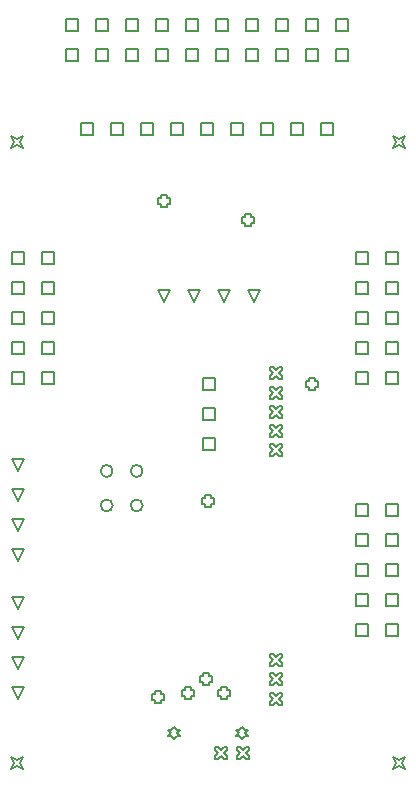
<source format=gbr>
G04*
G04 #@! TF.GenerationSoftware,Altium Limited,Altium Designer,24.2.2 (26)*
G04*
G04 Layer_Color=2752767*
%FSLAX44Y44*%
%MOMM*%
G71*
G04*
G04 #@! TF.SameCoordinates,A69A520D-3C44-4C1A-B5D4-BA9765A151AF*
G04*
G04*
G04 #@! TF.FilePolarity,Positive*
G04*
G01*
G75*
%ADD67C,0.1270*%
%ADD68C,0.1693*%
D67*
X34290Y461010D02*
Y471170D01*
X44450D01*
Y461010D01*
X34290D01*
X59690D02*
Y471170D01*
X69850D01*
Y461010D01*
X59690D01*
X34290Y435610D02*
Y445770D01*
X44450D01*
Y435610D01*
X34290D01*
X59690D02*
Y445770D01*
X69850D01*
Y435610D01*
X59690D01*
X34290Y410210D02*
Y420370D01*
X44450D01*
Y410210D01*
X34290D01*
X59690D02*
Y420370D01*
X69850D01*
Y410210D01*
X59690D01*
X34290Y384810D02*
Y394970D01*
X44450D01*
Y384810D01*
X34290D01*
X59690D02*
Y394970D01*
X69850D01*
Y384810D01*
X59690D01*
X34290Y359410D02*
Y369570D01*
X44450D01*
Y359410D01*
X34290D01*
X59690D02*
Y369570D01*
X69850D01*
Y359410D01*
X59690D01*
X350520Y145650D02*
Y155810D01*
X360680D01*
Y145650D01*
X350520D01*
X325120D02*
Y155810D01*
X335280D01*
Y145650D01*
X325120D01*
X350520Y171050D02*
Y181210D01*
X360680D01*
Y171050D01*
X350520D01*
X325120D02*
Y181210D01*
X335280D01*
Y171050D01*
X325120D01*
X350520Y196450D02*
Y206610D01*
X360680D01*
Y196450D01*
X350520D01*
X325120D02*
Y206610D01*
X335280D01*
Y196450D01*
X325120D01*
X350520Y221850D02*
Y232010D01*
X360680D01*
Y221850D01*
X350520D01*
X325120D02*
Y232010D01*
X335280D01*
Y221850D01*
X325120D01*
X350520Y247250D02*
Y257410D01*
X360680D01*
Y247250D01*
X350520D01*
X325120D02*
Y257410D01*
X335280D01*
Y247250D01*
X325120D01*
X195580Y354330D02*
Y364490D01*
X205740D01*
Y354330D01*
X195580D01*
Y328930D02*
Y339090D01*
X205740D01*
Y328930D01*
X195580D01*
Y303530D02*
Y313690D01*
X205740D01*
Y303530D01*
X195580D01*
X39370Y143510D02*
X34290Y153670D01*
X44450D01*
X39370Y143510D01*
Y92710D02*
X34290Y102870D01*
X44450D01*
X39370Y92710D01*
Y168910D02*
X34290Y179070D01*
X44450D01*
X39370Y168910D01*
Y118110D02*
X34290Y128270D01*
X44450D01*
X39370Y118110D01*
Y260350D02*
X34290Y270510D01*
X44450D01*
X39370Y260350D01*
Y209550D02*
X34290Y219710D01*
X44450D01*
X39370Y209550D01*
Y285750D02*
X34290Y295910D01*
X44450D01*
X39370Y285750D01*
Y234950D02*
X34290Y245110D01*
X44450D01*
X39370Y234950D01*
X350520Y359010D02*
Y369170D01*
X360680D01*
Y359010D01*
X350520D01*
X325120D02*
Y369170D01*
X335280D01*
Y359010D01*
X325120D01*
X350520Y384410D02*
Y394570D01*
X360680D01*
Y384410D01*
X350520D01*
X325120D02*
Y394570D01*
X335280D01*
Y384410D01*
X325120D01*
X350520Y409810D02*
Y419970D01*
X360680D01*
Y409810D01*
X350520D01*
X325120D02*
Y419970D01*
X335280D01*
Y409810D01*
X325120D01*
X350520Y435210D02*
Y445370D01*
X360680D01*
Y435210D01*
X350520D01*
X325120D02*
Y445370D01*
X335280D01*
Y435210D01*
X325120D01*
X350520Y460610D02*
Y470770D01*
X360680D01*
Y460610D01*
X350520D01*
X325120D02*
Y470770D01*
X335280D01*
Y460610D01*
X325120D01*
X118110Y570230D02*
Y580390D01*
X128270D01*
Y570230D01*
X118110D01*
X92710D02*
Y580390D01*
X102870D01*
Y570230D01*
X92710D01*
X143510D02*
Y580390D01*
X153670D01*
Y570230D01*
X143510D01*
X168910D02*
Y580390D01*
X179070D01*
Y570230D01*
X168910D01*
X194310D02*
Y580390D01*
X204470D01*
Y570230D01*
X194310D01*
X219710D02*
Y580390D01*
X229870D01*
Y570230D01*
X219710D01*
X245110D02*
Y580390D01*
X255270D01*
Y570230D01*
X245110D01*
X270510D02*
Y580390D01*
X280670D01*
Y570230D01*
X270510D01*
X295910D02*
Y580390D01*
X306070D01*
Y570230D01*
X295910D01*
X356870Y558800D02*
X359410Y563880D01*
X356870Y568960D01*
X361950Y566420D01*
X367030Y568960D01*
X364490Y563880D01*
X367030Y558800D01*
X361950Y561340D01*
X356870Y558800D01*
Y33020D02*
X359410Y38100D01*
X356870Y43180D01*
X361950Y40640D01*
X367030Y43180D01*
X364490Y38100D01*
X367030Y33020D01*
X361950Y35560D01*
X356870Y33020D01*
X232410Y657860D02*
Y668020D01*
X242570D01*
Y657860D01*
X232410D01*
Y632460D02*
Y642620D01*
X242570D01*
Y632460D01*
X232410D01*
X207010Y657860D02*
Y668020D01*
X217170D01*
Y657860D01*
X207010D01*
X181610D02*
Y668020D01*
X191770D01*
Y657860D01*
X181610D01*
X207010Y632460D02*
Y642620D01*
X217170D01*
Y632460D01*
X207010D01*
X181610D02*
Y642620D01*
X191770D01*
Y632460D01*
X181610D01*
X156210Y657860D02*
Y668020D01*
X166370D01*
Y657860D01*
X156210D01*
Y632460D02*
Y642620D01*
X166370D01*
Y632460D01*
X156210D01*
X130810Y657860D02*
Y668020D01*
X140970D01*
Y657860D01*
X130810D01*
Y632460D02*
Y642620D01*
X140970D01*
Y632460D01*
X130810D01*
X105410Y657860D02*
Y668020D01*
X115570D01*
Y657860D01*
X105410D01*
Y632460D02*
Y642620D01*
X115570D01*
Y632460D01*
X105410D01*
X80010Y657860D02*
Y668020D01*
X90170D01*
Y657860D01*
X80010D01*
Y632460D02*
Y642620D01*
X90170D01*
Y632460D01*
X80010D01*
X257810D02*
Y642620D01*
X267970D01*
Y632460D01*
X257810D01*
X283210D02*
Y642620D01*
X293370D01*
Y632460D01*
X283210D01*
X308610D02*
Y642620D01*
X318770D01*
Y632460D01*
X308610D01*
X257810Y657860D02*
Y668020D01*
X267970D01*
Y657860D01*
X257810D01*
X283210D02*
Y668020D01*
X293370D01*
Y657860D01*
X283210D01*
X308610D02*
Y668020D01*
X318770D01*
Y657860D01*
X308610D01*
X33020Y558800D02*
X35560Y563880D01*
X33020Y568960D01*
X38100Y566420D01*
X43180Y568960D01*
X40640Y563880D01*
X43180Y558800D01*
X38100Y561340D01*
X33020Y558800D01*
Y33020D02*
X35560Y38100D01*
X33020Y43180D01*
X38100Y40640D01*
X43180Y43180D01*
X40640Y38100D01*
X43180Y33020D01*
X38100Y35560D01*
X33020Y33020D01*
X187960Y428988D02*
X182880Y439148D01*
X193040D01*
X187960Y428988D01*
X238760D02*
X233680Y439148D01*
X243840D01*
X238760Y428988D01*
X162560D02*
X157480Y439148D01*
X167640D01*
X162560Y428988D01*
X213360D02*
X208280Y439148D01*
X218440D01*
X213360Y428988D01*
X171252Y58396D02*
X173792Y60936D01*
X176332D01*
X173792Y63476D01*
X176332Y66016D01*
X173792D01*
X171252Y68556D01*
X168712Y66016D01*
X166172D01*
X168712Y63476D01*
X166172Y60936D01*
X168712D01*
X171252Y58396D01*
X229052D02*
X231592Y60936D01*
X234132D01*
X231592Y63476D01*
X234132Y66016D01*
X231592D01*
X229052Y68556D01*
X226512Y66016D01*
X223972D01*
X226512Y63476D01*
X223972Y60936D01*
X226512D01*
X229052Y58396D01*
X252730Y298450D02*
X255270D01*
X257810Y300990D01*
X260350Y298450D01*
X262890D01*
Y300990D01*
X260350Y303530D01*
X262890Y306070D01*
Y308610D01*
X260350D01*
X257810Y306070D01*
X255270Y308610D01*
X252730D01*
Y306070D01*
X255270Y303530D01*
X252730Y300990D01*
Y298450D01*
Y363220D02*
X255270D01*
X257810Y365760D01*
X260350Y363220D01*
X262890D01*
Y365760D01*
X260350Y368300D01*
X262890Y370840D01*
Y373380D01*
X260350D01*
X257810Y370840D01*
X255270Y373380D01*
X252730D01*
Y370840D01*
X255270Y368300D01*
X252730Y365760D01*
Y363220D01*
Y347028D02*
X255270D01*
X257810Y349567D01*
X260350Y347028D01*
X262890D01*
Y349567D01*
X260350Y352108D01*
X262890Y354647D01*
Y357188D01*
X260350D01*
X257810Y354647D01*
X255270Y357188D01*
X252730D01*
Y354647D01*
X255270Y352108D01*
X252730Y349567D01*
Y347028D01*
X285750Y356870D02*
Y354330D01*
X290830D01*
Y356870D01*
X293370D01*
Y361950D01*
X290830D01*
Y364490D01*
X285750D01*
Y361950D01*
X283210D01*
Y356870D01*
X285750D01*
X231140Y495300D02*
Y492760D01*
X236220D01*
Y495300D01*
X238760D01*
Y500380D01*
X236220D01*
Y502920D01*
X231140D01*
Y500380D01*
X228600D01*
Y495300D01*
X231140D01*
X160020Y511810D02*
Y509270D01*
X165100D01*
Y511810D01*
X167640D01*
Y516890D01*
X165100D01*
Y519430D01*
X160020D01*
Y516890D01*
X157480D01*
Y511810D01*
X160020D01*
X252730Y330835D02*
X255270D01*
X257810Y333375D01*
X260350Y330835D01*
X262890D01*
Y333375D01*
X260350Y335915D01*
X262890Y338455D01*
Y340995D01*
X260350D01*
X257810Y338455D01*
X255270Y340995D01*
X252730D01*
Y338455D01*
X255270Y335915D01*
X252730Y333375D01*
Y330835D01*
Y314643D02*
X255270D01*
X257810Y317183D01*
X260350Y314643D01*
X262890D01*
Y317183D01*
X260350Y319722D01*
X262890Y322262D01*
Y324803D01*
X260350D01*
X257810Y322262D01*
X255270Y324803D01*
X252730D01*
Y322262D01*
X255270Y319722D01*
X252730Y317183D01*
Y314643D01*
X197460Y257810D02*
Y255270D01*
X202540D01*
Y257810D01*
X205080D01*
Y262890D01*
X202540D01*
Y265430D01*
X197460D01*
Y262890D01*
X194920D01*
Y257810D01*
X197460D01*
X252730Y87630D02*
X255270D01*
X257810Y90170D01*
X260350Y87630D01*
X262890D01*
Y90170D01*
X260350Y92710D01*
X262890Y95250D01*
Y97790D01*
X260350D01*
X257810Y95250D01*
X255270Y97790D01*
X252730D01*
Y95250D01*
X255270Y92710D01*
X252730Y90170D01*
Y87630D01*
Y104140D02*
X255270D01*
X257810Y106680D01*
X260350Y104140D01*
X262890D01*
Y106680D01*
X260350Y109220D01*
X262890Y111760D01*
Y114300D01*
X260350D01*
X257810Y111760D01*
X255270Y114300D01*
X252730D01*
Y111760D01*
X255270Y109220D01*
X252730Y106680D01*
Y104140D01*
Y120650D02*
X255270D01*
X257810Y123190D01*
X260350Y120650D01*
X262890D01*
Y123190D01*
X260350Y125730D01*
X262890Y128270D01*
Y130810D01*
X260350D01*
X257810Y128270D01*
X255270Y130810D01*
X252730D01*
Y128270D01*
X255270Y125730D01*
X252730Y123190D01*
Y120650D01*
X195580Y106680D02*
Y104140D01*
X200660D01*
Y106680D01*
X203200D01*
Y111760D01*
X200660D01*
Y114300D01*
X195580D01*
Y111760D01*
X193040D01*
Y106680D01*
X195580D01*
X205740Y41910D02*
X208280D01*
X210820Y44450D01*
X213360Y41910D01*
X215900D01*
Y44450D01*
X213360Y46990D01*
X215900Y49530D01*
Y52070D01*
X213360D01*
X210820Y49530D01*
X208280Y52070D01*
X205740D01*
Y49530D01*
X208280Y46990D01*
X205740Y44450D01*
Y41910D01*
X224790D02*
X227330D01*
X229870Y44450D01*
X232410Y41910D01*
X234950D01*
Y44450D01*
X232410Y46990D01*
X234950Y49530D01*
Y52070D01*
X232410D01*
X229870Y49530D01*
X227330Y52070D01*
X224790D01*
Y49530D01*
X227330Y46990D01*
X224790Y44450D01*
Y41910D01*
X210820Y95250D02*
Y92710D01*
X215900D01*
Y95250D01*
X218440D01*
Y100330D01*
X215900D01*
Y102870D01*
X210820D01*
Y100330D01*
X208280D01*
Y95250D01*
X210820D01*
X180340D02*
Y92710D01*
X185420D01*
Y95250D01*
X187960D01*
Y100330D01*
X185420D01*
Y102870D01*
X180340D01*
Y100330D01*
X177800D01*
Y95250D01*
X180340D01*
X154940Y91440D02*
Y88900D01*
X160020D01*
Y91440D01*
X162560D01*
Y96520D01*
X160020D01*
Y99060D01*
X154940D01*
Y96520D01*
X152400D01*
Y91440D01*
X154940D01*
D68*
X119380Y256540D02*
G03*
X119380Y256540I-5080J0D01*
G01*
X144780D02*
G03*
X144780Y256540I-5080J0D01*
G01*
Y285750D02*
G03*
X144780Y285750I-5080J0D01*
G01*
X119380D02*
G03*
X119380Y285750I-5080J0D01*
G01*
M02*

</source>
